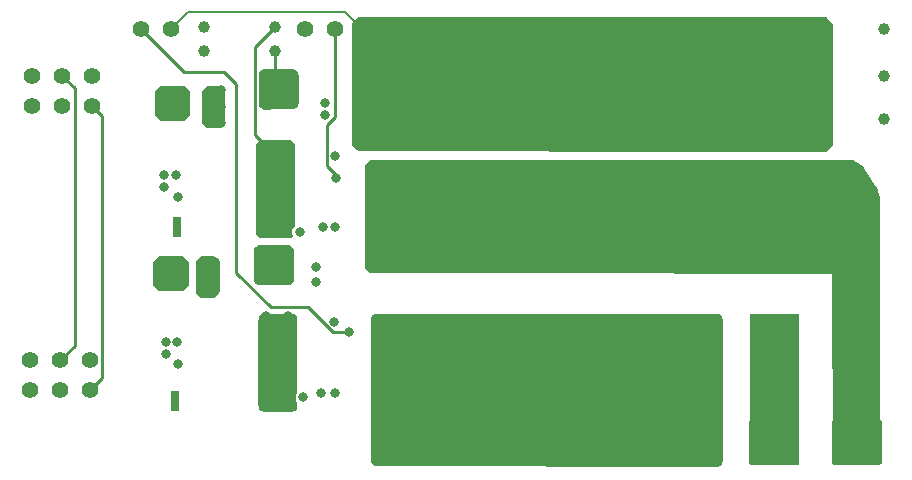
<source format=gbl>
G04 #@! TF.GenerationSoftware,KiCad,Pcbnew,8.0.1*
G04 #@! TF.CreationDate,2024-04-17T20:24:04+03:00*
G04 #@! TF.ProjectId,Daughterboard,44617567-6874-4657-9262-6f6172642e6b,rev?*
G04 #@! TF.SameCoordinates,Original*
G04 #@! TF.FileFunction,Copper,L4,Bot*
G04 #@! TF.FilePolarity,Positive*
%FSLAX46Y46*%
G04 Gerber Fmt 4.6, Leading zero omitted, Abs format (unit mm)*
G04 Created by KiCad (PCBNEW 8.0.1) date 2024-04-17 20:24:04*
%MOMM*%
%LPD*%
G01*
G04 APERTURE LIST*
G04 Aperture macros list*
%AMOutline5P*
0 Free polygon, 5 corners , with rotation*
0 The origin of the aperture is its center*
0 number of corners: always 5*
0 $1 to $10 corner X, Y*
0 $11 Rotation angle, in degrees counterclockwise*
0 create outline with 5 corners*
4,1,5,$1,$2,$3,$4,$5,$6,$7,$8,$9,$10,$1,$2,$11*%
%AMOutline6P*
0 Free polygon, 6 corners , with rotation*
0 The origin of the aperture is its center*
0 number of corners: always 6*
0 $1 to $12 corner X, Y*
0 $13 Rotation angle, in degrees counterclockwise*
0 create outline with 6 corners*
4,1,6,$1,$2,$3,$4,$5,$6,$7,$8,$9,$10,$11,$12,$1,$2,$13*%
%AMOutline7P*
0 Free polygon, 7 corners , with rotation*
0 The origin of the aperture is its center*
0 number of corners: always 7*
0 $1 to $14 corner X, Y*
0 $15 Rotation angle, in degrees counterclockwise*
0 create outline with 7 corners*
4,1,7,$1,$2,$3,$4,$5,$6,$7,$8,$9,$10,$11,$12,$13,$14,$1,$2,$15*%
%AMOutline8P*
0 Free polygon, 8 corners , with rotation*
0 The origin of the aperture is its center*
0 number of corners: always 8*
0 $1 to $16 corner X, Y*
0 $17 Rotation angle, in degrees counterclockwise*
0 create outline with 8 corners*
4,1,8,$1,$2,$3,$4,$5,$6,$7,$8,$9,$10,$11,$12,$13,$14,$15,$16,$1,$2,$17*%
G04 Aperture macros list end*
G04 #@! TA.AperFunction,ComponentPad*
%ADD10C,1.000000*%
G04 #@! TD*
G04 #@! TA.AperFunction,ComponentPad*
%ADD11C,1.400000*%
G04 #@! TD*
G04 #@! TA.AperFunction,ComponentPad*
%ADD12C,1.397000*%
G04 #@! TD*
G04 #@! TA.AperFunction,SMDPad,CuDef*
%ADD13Outline6P,-2.100000X1.470000X-1.470000X2.100000X1.470000X2.100000X2.100000X1.470000X2.100000X-2.100000X-2.100000X-2.100000X0.000000*%
G04 #@! TD*
G04 #@! TA.AperFunction,SMDPad,CuDef*
%ADD14R,0.660400X1.651000*%
G04 #@! TD*
G04 #@! TA.AperFunction,ViaPad*
%ADD15C,0.800000*%
G04 #@! TD*
G04 #@! TA.AperFunction,Conductor*
%ADD16C,0.200000*%
G04 #@! TD*
G04 #@! TA.AperFunction,Conductor*
%ADD17C,0.250000*%
G04 #@! TD*
G04 APERTURE END LIST*
D10*
X105800000Y-92500000D03*
X163400000Y-98200000D03*
X111800000Y-90400000D03*
D11*
X103000000Y-90600000D03*
X100460000Y-90600000D03*
D10*
X105800000Y-90400000D03*
X163400000Y-90600000D03*
D12*
X96340000Y-97140000D03*
X96340000Y-94600000D03*
X93800000Y-97140000D03*
X93800000Y-94600000D03*
X91260000Y-97140000D03*
X91260000Y-94600000D03*
D10*
X111800000Y-92500000D03*
X163400000Y-94600000D03*
D12*
X96132100Y-121189700D03*
X96132100Y-118649700D03*
X93592100Y-121189700D03*
X93592100Y-118649700D03*
X91052100Y-121189700D03*
X91052100Y-118649700D03*
D13*
X147052100Y-125349700D03*
X154052100Y-125349700D03*
X161052100Y-125349700D03*
D11*
X114350000Y-90600000D03*
X116890000Y-90600000D03*
D14*
X103460000Y-96600000D03*
X106000000Y-96600000D03*
X111080000Y-96600000D03*
X111080000Y-107369600D03*
X103460000Y-107369600D03*
X103360000Y-111300000D03*
X105900000Y-111300000D03*
X110980000Y-111300000D03*
X110980000Y-122069600D03*
X103360000Y-122069600D03*
D15*
X154050000Y-116600000D03*
X154050000Y-115250000D03*
X155400000Y-117950000D03*
X155400000Y-116600000D03*
X155400000Y-115250000D03*
X152700000Y-117950000D03*
X154050000Y-117950000D03*
X152700000Y-115250000D03*
X152700000Y-116600000D03*
X122400000Y-121336360D03*
X120563638Y-125372720D03*
X126072724Y-125372720D03*
X123318181Y-125372720D03*
X129745448Y-116290910D03*
X124236362Y-126381810D03*
X140477500Y-90300000D03*
X128827267Y-125372720D03*
X126990905Y-122345450D03*
X128827267Y-118309090D03*
X118862500Y-91200000D03*
X126072724Y-117300000D03*
X122400000Y-125372720D03*
X125154543Y-116290910D03*
X150302500Y-90300000D03*
X126990905Y-124363630D03*
X128827267Y-117300000D03*
X141460000Y-90300000D03*
X124236362Y-117300000D03*
X143425000Y-90300000D03*
X129670000Y-91200000D03*
X154232500Y-91200000D03*
X126990905Y-115281820D03*
X126990905Y-121336360D03*
X122400000Y-115281820D03*
X122400000Y-124363630D03*
X122792500Y-91200000D03*
X155215000Y-90300000D03*
X125154543Y-126381810D03*
X138512500Y-91200000D03*
X121481819Y-123354540D03*
X123775000Y-91200000D03*
X127705000Y-90300000D03*
X120563638Y-115281820D03*
X122792500Y-90300000D03*
X121810000Y-91200000D03*
X121481819Y-118309090D03*
X128687500Y-91200000D03*
X126072724Y-119318180D03*
X141460000Y-91200000D03*
X121810000Y-90300000D03*
X127909086Y-123354540D03*
X123318181Y-121336360D03*
X127909086Y-116290910D03*
X149320000Y-90300000D03*
X153250000Y-90300000D03*
X129745448Y-122345450D03*
X143425000Y-91200000D03*
X123318181Y-120327270D03*
X125154543Y-118309090D03*
X127909086Y-115281820D03*
X157180000Y-90300000D03*
X125740000Y-90300000D03*
X130652500Y-90300000D03*
X125740000Y-91200000D03*
X152267500Y-90300000D03*
X127909086Y-120327270D03*
X126072724Y-123354540D03*
X126072724Y-115281820D03*
X120563638Y-120327270D03*
X120563638Y-121336360D03*
X151285000Y-90300000D03*
X126722500Y-91200000D03*
X118862500Y-90300000D03*
X121481819Y-115281820D03*
X116900000Y-121400000D03*
X120563638Y-118309090D03*
X123318181Y-117300000D03*
X121481819Y-121336360D03*
X121481819Y-122345450D03*
X126990905Y-117300000D03*
X126072724Y-122345450D03*
X140477500Y-91200000D03*
X125154543Y-125372720D03*
X120563638Y-116290910D03*
X123318181Y-119318180D03*
X139495000Y-90300000D03*
X124236362Y-118309090D03*
X124236362Y-115281820D03*
X126990905Y-123354540D03*
X126072724Y-116290910D03*
X129670000Y-90300000D03*
X128827267Y-119318180D03*
X126072724Y-120327270D03*
X120563638Y-126381810D03*
X125154543Y-124363630D03*
X148337500Y-91200000D03*
X157180000Y-91200000D03*
X124757500Y-90300000D03*
X142442500Y-91200000D03*
X137530000Y-90300000D03*
X121481819Y-125372720D03*
X126072724Y-126381810D03*
X122400000Y-116290910D03*
X126990905Y-116290910D03*
X129745448Y-115281820D03*
X121481819Y-126381810D03*
X123318181Y-118309090D03*
X133600000Y-91200000D03*
X124236362Y-120327270D03*
X135565000Y-90300000D03*
X126072724Y-121336360D03*
X122400000Y-123354540D03*
X155215000Y-91200000D03*
X127909086Y-125372720D03*
X125154543Y-117300000D03*
X147355000Y-90300000D03*
X126072724Y-118309090D03*
X123318181Y-126381810D03*
X124236362Y-123354540D03*
X127909086Y-124363630D03*
X116800000Y-115400000D03*
X126990905Y-120327270D03*
X129745448Y-126381810D03*
X156197500Y-91200000D03*
X126072724Y-124363630D03*
X144407500Y-91200000D03*
X120827500Y-90300000D03*
X153250000Y-91200000D03*
X124236362Y-124363630D03*
X115300000Y-110800000D03*
X121481819Y-119318180D03*
X120827500Y-91200000D03*
X123318181Y-116290910D03*
X120563638Y-124363630D03*
X144407500Y-90300000D03*
X148337500Y-90300000D03*
X127909086Y-122345450D03*
X119845000Y-91200000D03*
X124757500Y-91200000D03*
X122400000Y-118309090D03*
X121481819Y-120327270D03*
X136547500Y-90300000D03*
X126990905Y-125372720D03*
X120563638Y-117300000D03*
X137530000Y-91200000D03*
X128827267Y-124363630D03*
X158162500Y-90300000D03*
X125154543Y-121336360D03*
X146372500Y-90300000D03*
X154232500Y-90300000D03*
X139495000Y-91200000D03*
X128827267Y-126381810D03*
X125154543Y-122345450D03*
X125154543Y-115281820D03*
X128827267Y-123354540D03*
X129745448Y-124363630D03*
X142442500Y-90300000D03*
X123318181Y-122345450D03*
X136547500Y-91200000D03*
X125154543Y-120327270D03*
X122400000Y-120327270D03*
X122400000Y-119318180D03*
X147355000Y-91200000D03*
X129745448Y-121336360D03*
X129745448Y-120327270D03*
X125154543Y-123354540D03*
X120563638Y-122345450D03*
X128827267Y-122345450D03*
X122400000Y-126381810D03*
X127909086Y-117300000D03*
X128827267Y-120327270D03*
X128687500Y-90300000D03*
X131635000Y-90300000D03*
X115300000Y-112000000D03*
X152267500Y-91200000D03*
X120563638Y-119318180D03*
X122400000Y-117300000D03*
X134582500Y-90300000D03*
X138512500Y-90300000D03*
X150302500Y-91200000D03*
X123318181Y-115281820D03*
X129745448Y-123354540D03*
X121481819Y-124363630D03*
X128827267Y-115281820D03*
X133600000Y-90300000D03*
X127909086Y-121336360D03*
X121481819Y-116290910D03*
X122400000Y-122345450D03*
X135565000Y-91200000D03*
X128827267Y-116290910D03*
X130652500Y-91200000D03*
X126990905Y-119318180D03*
X126990905Y-126381810D03*
X121481819Y-117300000D03*
X124236362Y-116290910D03*
X126990905Y-118309090D03*
X156197500Y-90300000D03*
X124236362Y-125372720D03*
X128827267Y-121336360D03*
X132617500Y-91200000D03*
X119845000Y-90300000D03*
X123775000Y-90300000D03*
X127909086Y-118309090D03*
X158162500Y-91200000D03*
X146372500Y-91200000D03*
X124236362Y-121336360D03*
X145390000Y-90300000D03*
X125154543Y-119318180D03*
X151285000Y-91200000D03*
X124236362Y-122345450D03*
X126722500Y-90300000D03*
X123318181Y-123354540D03*
X127909086Y-126381810D03*
X115700000Y-121400000D03*
X129745448Y-125372720D03*
X127909086Y-119318180D03*
X131635000Y-91200000D03*
X129745448Y-117300000D03*
X134582500Y-91200000D03*
X129745448Y-119318180D03*
X129745448Y-118309090D03*
X127705000Y-91200000D03*
X120563638Y-123354540D03*
X124236362Y-119318180D03*
X149320000Y-91200000D03*
X123318181Y-124363630D03*
X132617500Y-90300000D03*
X145390000Y-91200000D03*
X112500000Y-110900000D03*
X114200000Y-121800000D03*
X112500000Y-109600000D03*
X110900000Y-109600000D03*
X102100000Y-110300000D03*
X102100000Y-111500000D03*
X102200000Y-96000000D03*
X102200000Y-97200000D03*
X103600000Y-104800000D03*
X103600000Y-119000000D03*
X113200000Y-94800000D03*
X113200000Y-96600000D03*
X112000000Y-96600000D03*
X113900000Y-107800000D03*
X107200000Y-95800000D03*
X102600000Y-118100000D03*
X102600000Y-117100000D03*
X103500000Y-117100000D03*
X106700000Y-112700000D03*
X106700000Y-111500000D03*
X106700000Y-110300000D03*
X107200000Y-98600000D03*
X107200000Y-97200000D03*
X102400000Y-103000000D03*
X102400000Y-104000000D03*
X103400000Y-103000000D03*
X112900000Y-100800000D03*
X111000000Y-100500000D03*
X112900000Y-101700000D03*
X111000000Y-114900000D03*
X112900000Y-114900000D03*
X112900000Y-115800000D03*
X121000000Y-103300000D03*
X159600000Y-104900000D03*
X123960000Y-102300000D03*
X123940000Y-105200000D03*
X121020000Y-102300000D03*
X124920000Y-106200000D03*
X124920000Y-108200000D03*
X162300000Y-106700000D03*
X116900000Y-107400000D03*
X122960000Y-104300000D03*
X160500000Y-107600000D03*
X159600000Y-105800000D03*
X161400000Y-105800000D03*
X162300000Y-104900000D03*
X122960000Y-105200000D03*
X121000000Y-107200000D03*
X123940000Y-106200000D03*
X160500000Y-105800000D03*
X121000000Y-108200000D03*
X121980000Y-108200000D03*
X123940000Y-104300000D03*
X121980000Y-105200000D03*
X161400000Y-104900000D03*
X120040000Y-102300000D03*
X121000000Y-109200000D03*
X162300000Y-105800000D03*
X123940000Y-103300000D03*
X122960000Y-108200000D03*
X116000000Y-96900000D03*
X122980000Y-102300000D03*
X121000000Y-105200000D03*
X121980000Y-106200000D03*
X121980000Y-104300000D03*
X159600000Y-107600000D03*
X123940000Y-108200000D03*
X121000000Y-106200000D03*
X116000000Y-97900000D03*
X121980000Y-109200000D03*
X120020000Y-109200000D03*
X121000000Y-104300000D03*
X124920000Y-104300000D03*
X160500000Y-106700000D03*
X122000000Y-102300000D03*
X123940000Y-109200000D03*
X122960000Y-107200000D03*
X120020000Y-106200000D03*
X120020000Y-107200000D03*
X116900000Y-101400000D03*
X120020000Y-104300000D03*
X161400000Y-107600000D03*
X160500000Y-104900000D03*
X124920000Y-103300000D03*
X162300000Y-107600000D03*
X120020000Y-103300000D03*
X159600000Y-106700000D03*
X124940000Y-102300000D03*
X115900000Y-107400000D03*
X120020000Y-105200000D03*
X120020000Y-108200000D03*
X121980000Y-103300000D03*
X124920000Y-107200000D03*
X122960000Y-106200000D03*
X161400000Y-106700000D03*
X121980000Y-107200000D03*
X122960000Y-103300000D03*
X124920000Y-109200000D03*
X124920000Y-105200000D03*
X123940000Y-107200000D03*
X122960000Y-109200000D03*
X118100000Y-116300000D03*
X117000000Y-103200000D03*
D16*
X103000000Y-90600000D02*
X104400000Y-89200000D01*
X117762500Y-89200000D02*
X118862500Y-90300000D01*
X104400000Y-89200000D02*
X117762500Y-89200000D01*
D17*
X94823500Y-117418300D02*
X93592100Y-118649700D01*
X94823500Y-95623500D02*
X94823500Y-117418300D01*
X93800000Y-94600000D02*
X94823500Y-95623500D01*
X111800000Y-94600000D02*
X111800000Y-92500000D01*
X110100000Y-99600000D02*
X111000000Y-100500000D01*
X111800000Y-90400000D02*
X110100000Y-92100000D01*
X110100000Y-92100000D02*
X110100000Y-99600000D01*
X97155600Y-120166200D02*
X96132100Y-121189700D01*
X96340000Y-97140000D02*
X97155600Y-97955600D01*
X97155600Y-97955600D02*
X97155600Y-120166200D01*
X116674695Y-116300000D02*
X118100000Y-116300000D01*
X100460000Y-90600000D02*
X104125000Y-94265000D01*
X104125000Y-94265000D02*
X107465000Y-94265000D01*
X111450000Y-114175000D02*
X114549695Y-114175000D01*
X114549695Y-114175000D02*
X116674695Y-116300000D01*
X108500000Y-111225000D02*
X111450000Y-114175000D01*
X107465000Y-94265000D02*
X108500000Y-95300000D01*
X108500000Y-95300000D02*
X108500000Y-111225000D01*
X116175000Y-102175000D02*
X117000000Y-103000000D01*
X116175000Y-98750305D02*
X116175000Y-102175000D01*
X116890000Y-90600000D02*
X116890000Y-98035305D01*
X117000000Y-103000000D02*
X117000000Y-103200000D01*
X116890000Y-98035305D02*
X116175000Y-98750305D01*
G04 #@! TA.AperFunction,Conductor*
G36*
X163000000Y-111400000D02*
G01*
X163000000Y-127376000D01*
X162980315Y-127443039D01*
X162927511Y-127488794D01*
X162876000Y-127500000D01*
X159123465Y-127500000D01*
X159056426Y-127480315D01*
X159010671Y-127427511D01*
X158999466Y-127376537D01*
X158930245Y-111386700D01*
X163000000Y-111400000D01*
G37*
G04 #@! TD.AperFunction*
G04 #@! TA.AperFunction,Conductor*
G36*
X149200058Y-114701061D02*
G01*
X149246263Y-114707144D01*
X149307296Y-114715179D01*
X149338561Y-114723556D01*
X149430915Y-114761810D01*
X149458949Y-114777996D01*
X149538258Y-114838853D01*
X149561146Y-114861741D01*
X149622003Y-114941050D01*
X149638189Y-114969085D01*
X149676442Y-115061437D01*
X149684820Y-115092703D01*
X149698939Y-115199941D01*
X149700000Y-115216127D01*
X149700000Y-127182145D01*
X149698935Y-127198365D01*
X149684756Y-127305829D01*
X149676342Y-127337157D01*
X149637930Y-127429673D01*
X149621679Y-127457749D01*
X149560584Y-127537139D01*
X149537607Y-127560039D01*
X149458013Y-127620866D01*
X149429885Y-127637022D01*
X149337236Y-127675126D01*
X149305878Y-127683434D01*
X149198373Y-127697251D01*
X149182155Y-127698261D01*
X120414396Y-127601725D01*
X120398271Y-127600616D01*
X120340172Y-127592786D01*
X120291291Y-127586198D01*
X120260114Y-127577750D01*
X120168050Y-127539344D01*
X120140112Y-127523131D01*
X120061090Y-127462249D01*
X120038288Y-127439370D01*
X119977673Y-127360147D01*
X119961553Y-127332154D01*
X119923457Y-127239962D01*
X119915114Y-127208756D01*
X119901056Y-127101739D01*
X119900000Y-127085589D01*
X119900000Y-115216127D01*
X119901061Y-115199942D01*
X119915179Y-115092704D01*
X119923556Y-115061440D01*
X119961812Y-114969081D01*
X119977996Y-114941050D01*
X120038853Y-114861741D01*
X120061741Y-114838853D01*
X120141050Y-114777996D01*
X120169081Y-114761812D01*
X120261440Y-114723556D01*
X120292701Y-114715179D01*
X120368241Y-114705234D01*
X120399942Y-114701061D01*
X120416127Y-114700000D01*
X149183873Y-114700000D01*
X149200058Y-114701061D01*
G37*
G04 #@! TD.AperFunction*
G04 #@! TA.AperFunction,Conductor*
G36*
X113200058Y-114701061D02*
G01*
X113246263Y-114707144D01*
X113307296Y-114715179D01*
X113338561Y-114723556D01*
X113430915Y-114761810D01*
X113458949Y-114777996D01*
X113538258Y-114838853D01*
X113561146Y-114861741D01*
X113622003Y-114941050D01*
X113638189Y-114969085D01*
X113676442Y-115061437D01*
X113684820Y-115092703D01*
X113698939Y-115199941D01*
X113700000Y-115216127D01*
X113700000Y-121333578D01*
X113680315Y-121400617D01*
X113678050Y-121404018D01*
X113616214Y-121493602D01*
X113559850Y-121642218D01*
X113540693Y-121799999D01*
X113540693Y-121800000D01*
X113559850Y-121957782D01*
X113616212Y-122106394D01*
X113678050Y-122195981D01*
X113699933Y-122262335D01*
X113700000Y-122266421D01*
X113700000Y-122483872D01*
X113698939Y-122500058D01*
X113684820Y-122607296D01*
X113676442Y-122638562D01*
X113638189Y-122730914D01*
X113622003Y-122758949D01*
X113561146Y-122838258D01*
X113538258Y-122861146D01*
X113458949Y-122922003D01*
X113430914Y-122938189D01*
X113338562Y-122976442D01*
X113307296Y-122984820D01*
X113200059Y-122998939D01*
X113183873Y-123000000D01*
X110916127Y-123000000D01*
X110899941Y-122998939D01*
X110792703Y-122984820D01*
X110761437Y-122976442D01*
X110669085Y-122938189D01*
X110641050Y-122922003D01*
X110561741Y-122861146D01*
X110538853Y-122838258D01*
X110477996Y-122758949D01*
X110461810Y-122730914D01*
X110423557Y-122638562D01*
X110415179Y-122607295D01*
X110401061Y-122500057D01*
X110400000Y-122483872D01*
X110400000Y-115216127D01*
X110401061Y-115199942D01*
X110415179Y-115092704D01*
X110423556Y-115061440D01*
X110461812Y-114969081D01*
X110477996Y-114941050D01*
X110538853Y-114861741D01*
X110561741Y-114838853D01*
X110641050Y-114777996D01*
X110669081Y-114761812D01*
X110761440Y-114723556D01*
X110792701Y-114715179D01*
X110868241Y-114705234D01*
X110899942Y-114701061D01*
X110916127Y-114700000D01*
X113183873Y-114700000D01*
X113200058Y-114701061D01*
G37*
G04 #@! TD.AperFunction*
G04 #@! TA.AperFunction,Conductor*
G36*
X104007677Y-109819685D02*
G01*
X104028319Y-109836319D01*
X104463681Y-110271681D01*
X104497166Y-110333004D01*
X104500000Y-110359362D01*
X104500000Y-112240638D01*
X104480315Y-112307677D01*
X104463681Y-112328319D01*
X104028319Y-112763681D01*
X103966996Y-112797166D01*
X103940638Y-112800000D01*
X102059362Y-112800000D01*
X101992323Y-112780315D01*
X101971681Y-112763681D01*
X101536319Y-112328319D01*
X101502834Y-112266996D01*
X101500000Y-112240638D01*
X101500000Y-110359362D01*
X101519685Y-110292323D01*
X101536319Y-110271681D01*
X101971681Y-109836319D01*
X102033004Y-109802834D01*
X102059362Y-109800000D01*
X103940638Y-109800000D01*
X104007677Y-109819685D01*
G37*
G04 #@! TD.AperFunction*
G04 #@! TA.AperFunction,Conductor*
G36*
X104107677Y-95419685D02*
G01*
X104128319Y-95436319D01*
X104563681Y-95871681D01*
X104597166Y-95933004D01*
X104600000Y-95959362D01*
X104600000Y-97840638D01*
X104580315Y-97907677D01*
X104563681Y-97928319D01*
X104128319Y-98363681D01*
X104066996Y-98397166D01*
X104040638Y-98400000D01*
X102159362Y-98400000D01*
X102092323Y-98380315D01*
X102071681Y-98363681D01*
X101636319Y-97928319D01*
X101602834Y-97866996D01*
X101600000Y-97840638D01*
X101600000Y-95959362D01*
X101619685Y-95892323D01*
X101636319Y-95871681D01*
X102071681Y-95436319D01*
X102133004Y-95402834D01*
X102159362Y-95400000D01*
X104040638Y-95400000D01*
X104107677Y-95419685D01*
G37*
G04 #@! TD.AperFunction*
G04 #@! TA.AperFunction,Conductor*
G36*
X158515677Y-89619685D02*
G01*
X158536319Y-89636319D01*
X158963681Y-90063681D01*
X158997166Y-90125004D01*
X159000000Y-90151362D01*
X159000000Y-100448547D01*
X158980315Y-100515586D01*
X158963573Y-100536336D01*
X158536427Y-100962434D01*
X158475063Y-100995843D01*
X158448552Y-100998644D01*
X151517834Y-100981615D01*
X118851270Y-100901353D01*
X118784279Y-100881503D01*
X118763786Y-100864927D01*
X118415302Y-100515586D01*
X118336209Y-100436298D01*
X118302802Y-100374936D01*
X118300000Y-100348727D01*
X118300000Y-90151362D01*
X118319685Y-90084323D01*
X118336319Y-90063681D01*
X118763681Y-89636319D01*
X118825004Y-89602834D01*
X118851362Y-89600000D01*
X158448638Y-89600000D01*
X158515677Y-89619685D01*
G37*
G04 #@! TD.AperFunction*
G04 #@! TA.AperFunction,Conductor*
G36*
X113000058Y-100001061D02*
G01*
X113046263Y-100007144D01*
X113107296Y-100015179D01*
X113138561Y-100023556D01*
X113230915Y-100061810D01*
X113258949Y-100077996D01*
X113338258Y-100138853D01*
X113361146Y-100161741D01*
X113422003Y-100241050D01*
X113438189Y-100269085D01*
X113476442Y-100361437D01*
X113484820Y-100392703D01*
X113498939Y-100499941D01*
X113500000Y-100516127D01*
X113500000Y-107224158D01*
X113480315Y-107291197D01*
X113458228Y-107316972D01*
X113406507Y-107362793D01*
X113406500Y-107362801D01*
X113316214Y-107493602D01*
X113259850Y-107642218D01*
X113240693Y-107799999D01*
X113240693Y-107800000D01*
X113259851Y-107957782D01*
X113304569Y-108075694D01*
X113309936Y-108145357D01*
X113276789Y-108206863D01*
X113264117Y-108218038D01*
X113258954Y-108222000D01*
X113230916Y-108238188D01*
X113138562Y-108276442D01*
X113107296Y-108284820D01*
X113000059Y-108298939D01*
X112983873Y-108300000D01*
X110716127Y-108300000D01*
X110699941Y-108298939D01*
X110592703Y-108284820D01*
X110561437Y-108276442D01*
X110469085Y-108238189D01*
X110441050Y-108222003D01*
X110361741Y-108161146D01*
X110338853Y-108138258D01*
X110277996Y-108058949D01*
X110261810Y-108030914D01*
X110223557Y-107938562D01*
X110215179Y-107907295D01*
X110201061Y-107800057D01*
X110200000Y-107783872D01*
X110200000Y-100516127D01*
X110201061Y-100499942D01*
X110215179Y-100392704D01*
X110223556Y-100361440D01*
X110261812Y-100269081D01*
X110277996Y-100241050D01*
X110338853Y-100161741D01*
X110361741Y-100138853D01*
X110441050Y-100077996D01*
X110469081Y-100061812D01*
X110561440Y-100023556D01*
X110592701Y-100015179D01*
X110668241Y-100005234D01*
X110699942Y-100001061D01*
X110716127Y-100000000D01*
X112983873Y-100000000D01*
X113000058Y-100001061D01*
G37*
G04 #@! TD.AperFunction*
G04 #@! TA.AperFunction,Conductor*
G36*
X106607677Y-109819685D02*
G01*
X106628319Y-109836319D01*
X107063681Y-110271681D01*
X107097166Y-110333004D01*
X107100000Y-110359362D01*
X107100000Y-112840638D01*
X107080315Y-112907677D01*
X107063681Y-112928319D01*
X106628319Y-113363681D01*
X106566996Y-113397166D01*
X106540638Y-113400000D01*
X105659362Y-113400000D01*
X105592323Y-113380315D01*
X105571681Y-113363681D01*
X105136319Y-112928319D01*
X105102834Y-112866996D01*
X105100000Y-112840638D01*
X105100000Y-110359362D01*
X105119685Y-110292323D01*
X105136319Y-110271681D01*
X105571681Y-109836319D01*
X105633004Y-109802834D01*
X105659362Y-109800000D01*
X106540638Y-109800000D01*
X106607677Y-109819685D01*
G37*
G04 #@! TD.AperFunction*
G04 #@! TA.AperFunction,Conductor*
G36*
X107107677Y-95419685D02*
G01*
X107128319Y-95436319D01*
X107563681Y-95871681D01*
X107597166Y-95933004D01*
X107600000Y-95959362D01*
X107600000Y-98440638D01*
X107580315Y-98507677D01*
X107563681Y-98528319D01*
X107128319Y-98963681D01*
X107066996Y-98997166D01*
X107040638Y-99000000D01*
X106159362Y-99000000D01*
X106092323Y-98980315D01*
X106071681Y-98963681D01*
X105636319Y-98528319D01*
X105602834Y-98466996D01*
X105600000Y-98440638D01*
X105600000Y-95959362D01*
X105619685Y-95892323D01*
X105636319Y-95871681D01*
X106071681Y-95436319D01*
X106133004Y-95402834D01*
X106159362Y-95400000D01*
X107040638Y-95400000D01*
X107107677Y-95419685D01*
G37*
G04 #@! TD.AperFunction*
G04 #@! TA.AperFunction,Conductor*
G36*
X160727414Y-101714671D02*
G01*
X161449935Y-102101352D01*
X161494598Y-102141897D01*
X162712465Y-103968698D01*
X162727970Y-104001548D01*
X162994679Y-104882425D01*
X163000000Y-104918358D01*
X163000000Y-111400000D01*
X158430248Y-111385066D01*
X158430246Y-111385065D01*
X158430248Y-111385065D01*
X132900098Y-111301633D01*
X132900098Y-111301634D01*
X132899971Y-111301633D01*
X132400000Y-111300000D01*
X131900000Y-111300000D01*
X131899898Y-111300000D01*
X119951362Y-111300000D01*
X119884323Y-111280315D01*
X119863681Y-111263681D01*
X119436319Y-110836319D01*
X119402834Y-110774996D01*
X119400000Y-110748638D01*
X119400000Y-102251362D01*
X119419685Y-102184323D01*
X119436319Y-102163681D01*
X119863681Y-101736319D01*
X119925004Y-101702834D01*
X119951362Y-101700000D01*
X160668905Y-101700000D01*
X160727414Y-101714671D01*
G37*
G04 #@! TD.AperFunction*
G04 #@! TA.AperFunction,Conductor*
G36*
X112900058Y-108901061D02*
G01*
X112946263Y-108907144D01*
X113007296Y-108915179D01*
X113038561Y-108923556D01*
X113130915Y-108961810D01*
X113158949Y-108977996D01*
X113238258Y-109038853D01*
X113261146Y-109061741D01*
X113322003Y-109141050D01*
X113338189Y-109169085D01*
X113376442Y-109261437D01*
X113384820Y-109292703D01*
X113398939Y-109399941D01*
X113400000Y-109416127D01*
X113400000Y-111783872D01*
X113398939Y-111800058D01*
X113384820Y-111907296D01*
X113376442Y-111938562D01*
X113338189Y-112030914D01*
X113322003Y-112058949D01*
X113261146Y-112138258D01*
X113238258Y-112161146D01*
X113158949Y-112222003D01*
X113130914Y-112238189D01*
X113038562Y-112276442D01*
X113007296Y-112284820D01*
X112900059Y-112298939D01*
X112883873Y-112300000D01*
X110516127Y-112300000D01*
X110499941Y-112298939D01*
X110392703Y-112284820D01*
X110361437Y-112276442D01*
X110269085Y-112238189D01*
X110241050Y-112222003D01*
X110161741Y-112161146D01*
X110138853Y-112138258D01*
X110077996Y-112058949D01*
X110061810Y-112030914D01*
X110023557Y-111938562D01*
X110015179Y-111907295D01*
X110001061Y-111800057D01*
X110000000Y-111783872D01*
X110000000Y-109416127D01*
X110001061Y-109399942D01*
X110015179Y-109292704D01*
X110023556Y-109261440D01*
X110061812Y-109169081D01*
X110077996Y-109141050D01*
X110138853Y-109061741D01*
X110161741Y-109038853D01*
X110241050Y-108977996D01*
X110269081Y-108961812D01*
X110361440Y-108923556D01*
X110392701Y-108915179D01*
X110468241Y-108905234D01*
X110499942Y-108901061D01*
X110516127Y-108900000D01*
X112883873Y-108900000D01*
X112900058Y-108901061D01*
G37*
G04 #@! TD.AperFunction*
G04 #@! TA.AperFunction,Conductor*
G36*
X156143039Y-114719685D02*
G01*
X156188794Y-114772489D01*
X156200000Y-114824000D01*
X156200000Y-127376000D01*
X156180315Y-127443039D01*
X156127511Y-127488794D01*
X156076000Y-127500000D01*
X152124000Y-127500000D01*
X152056961Y-127480315D01*
X152011206Y-127427511D01*
X152000000Y-127376000D01*
X152000000Y-114824000D01*
X152019685Y-114756961D01*
X152072489Y-114711206D01*
X152124000Y-114700000D01*
X156076000Y-114700000D01*
X156143039Y-114719685D01*
G37*
G04 #@! TD.AperFunction*
G04 #@! TA.AperFunction,Conductor*
G36*
X113300058Y-94001061D02*
G01*
X113346263Y-94007144D01*
X113407296Y-94015179D01*
X113438561Y-94023556D01*
X113530915Y-94061810D01*
X113558949Y-94077996D01*
X113638258Y-94138853D01*
X113661146Y-94161741D01*
X113722003Y-94241050D01*
X113738189Y-94269085D01*
X113776442Y-94361437D01*
X113784820Y-94392703D01*
X113798939Y-94499941D01*
X113800000Y-94516127D01*
X113800000Y-96883872D01*
X113798939Y-96900058D01*
X113784820Y-97007296D01*
X113776442Y-97038562D01*
X113738189Y-97130914D01*
X113722003Y-97158949D01*
X113661146Y-97238258D01*
X113638258Y-97261146D01*
X113558949Y-97322003D01*
X113530914Y-97338189D01*
X113438562Y-97376442D01*
X113407296Y-97384820D01*
X113300059Y-97398939D01*
X113283873Y-97400000D01*
X110916127Y-97400000D01*
X110899941Y-97398939D01*
X110792703Y-97384820D01*
X110761437Y-97376442D01*
X110669085Y-97338189D01*
X110641050Y-97322003D01*
X110561741Y-97261146D01*
X110538852Y-97238258D01*
X110505124Y-97194303D01*
X110479930Y-97129133D01*
X110479500Y-97118816D01*
X110479500Y-94281181D01*
X110499185Y-94214142D01*
X110505104Y-94205721D01*
X110538856Y-94161735D01*
X110561738Y-94138855D01*
X110641050Y-94077996D01*
X110669081Y-94061812D01*
X110761440Y-94023556D01*
X110792701Y-94015179D01*
X110868241Y-94005234D01*
X110899942Y-94001061D01*
X110916127Y-94000000D01*
X113283873Y-94000000D01*
X113300058Y-94001061D01*
G37*
G04 #@! TD.AperFunction*
M02*

</source>
